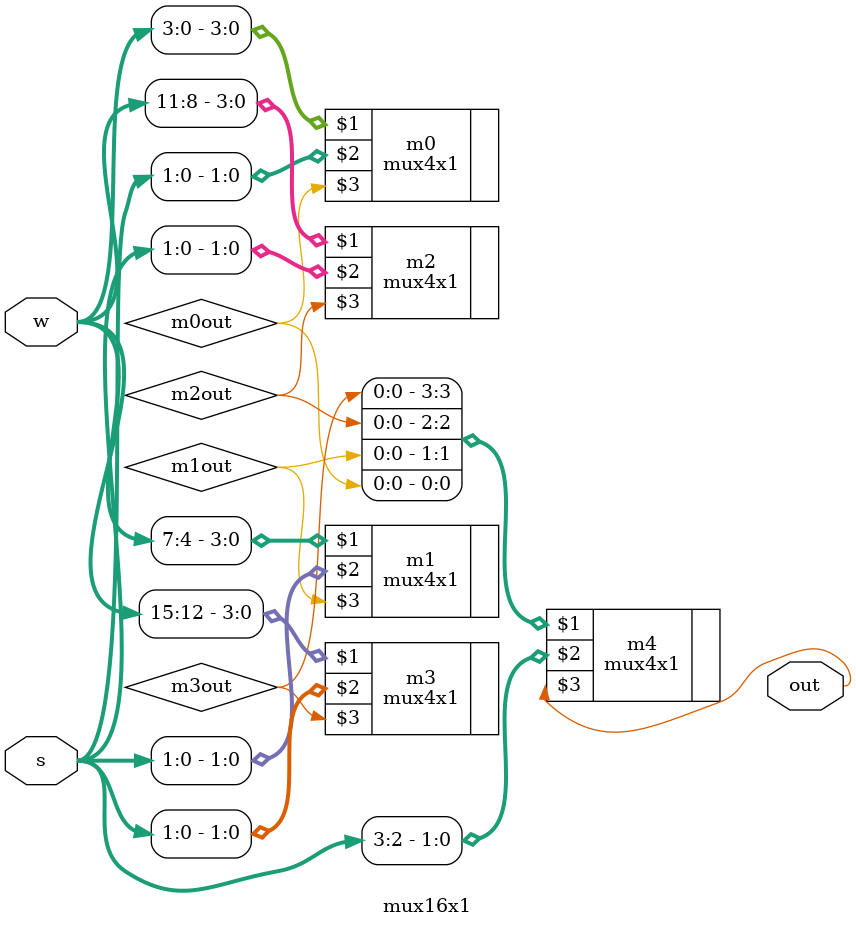
<source format=v>
`include "mux4x1.v"

module mux16x1(w,s,out);
    input [15:0] w;
    input [3:0] s;
    output out;
    wire m0out,m1out,m2out,m3out;

    mux4x1 m0(w[3:0],s[1:0],m0out);
    mux4x1 m1(w[7:4],s[1:0],m1out);
    mux4x1 m2(w[11:8],s[1:0],m2out);
    mux4x1 m3(w[15:12],s[1:0],m3out);
    mux4x1 m4({m3out,m2out,m1out,m0out},s[3:2],out);
endmodule
</source>
